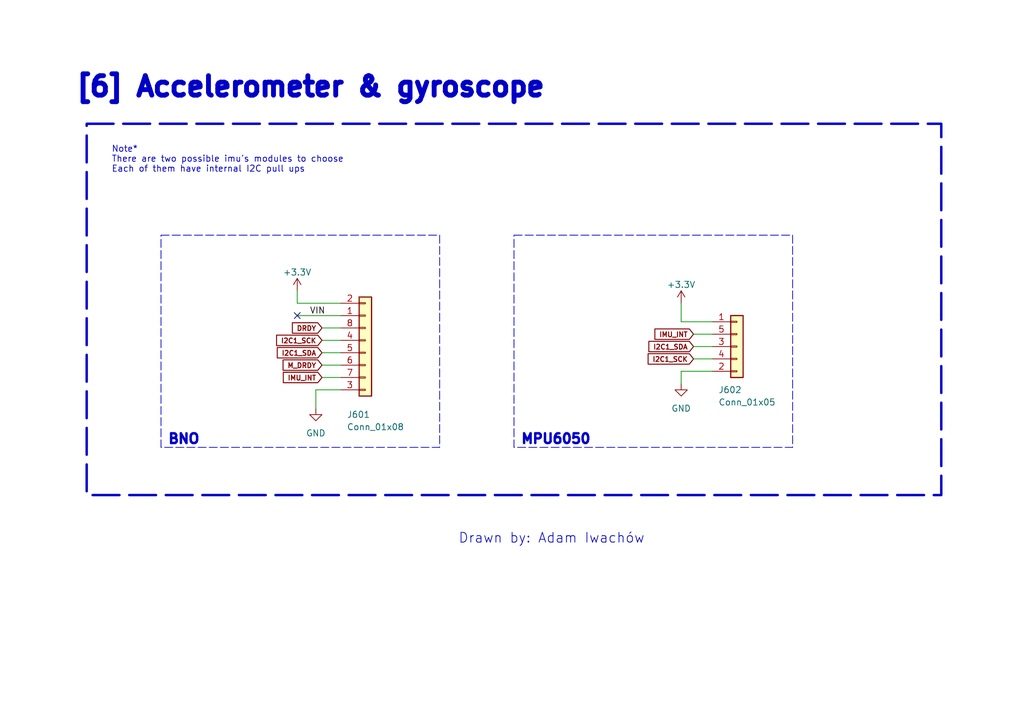
<source format=kicad_sch>
(kicad_sch (version 20230121) (generator eeschema)
  (paper "A5")
  (lib_symbols
    (symbol "Connector_Generic:Conn_01x05" (pin_names (offset 1.016) hide)
      (property "Reference" "J602" (at -3.81 -8.89 0))
      (property "Value" "Conn_01x05" (at -3.81 -11.43 0))
      (symbol "Conn_01x05_1_1"
        (rectangle (start -1.27 -4.953) (end 0 -5.207) (stroke (width 0.1524)))
        (rectangle (start -1.27 -2.413) (end 0 -2.667) (stroke (width 0.1524)))
        (rectangle (start -1.27 0.127) (end 0 -0.127) (stroke (width 0.1524)))
        (rectangle (start -1.27 2.667) (end 0 2.413) (stroke (width 0.1524)))
        (rectangle (start -1.27 5.207) (end 0 4.953) (stroke (width 0.1524)))
        (rectangle (start -1.27 6.35) (end 1.27 -6.35) (stroke (width 0.254)) (fill (type background)))
        (pin passive line (at -5.08 5.08 0) (length 3.81) (name "Pin_1") (number "1"))
        (pin passive line (at -5.08 -5.08 0) (length 3.81) (name "Pin_5") (number "2"))
        (pin passive line (at -5.08 0 0) (length 3.81) (name "Pin_3") (number "3"))
        (pin passive line (at -5.08 -2.54 0) (length 3.81) (name "Pin_4") (number "4"))
        (pin passive line (at -5.08 2.54 0) (length 3.81) (name "Pin_2") (number "5"))
      )
    )
    (symbol "Connector_Generic:Conn_01x08" (pin_names (offset 1.016) hide)
      (property "Reference" "J601" (at -3.81 -15.24 0))
      (property "Value" "Conn_01x08" (at -3.81 -17.78 0))
      (symbol "Conn_01x08_1_1"
        (rectangle (start -1.27 -10.033) (end 0 -10.287) (stroke (width 0.1524)))
        (rectangle (start -1.27 -7.493) (end 0 -7.747) (stroke (width 0.1524)))
        (rectangle (start -1.27 -4.953) (end 0 -5.207) (stroke (width 0.1524)))
        (rectangle (start -1.27 -2.413) (end 0 -2.667) (stroke (width 0.1524)))
        (rectangle (start -1.27 0.127) (end 0 -0.127) (stroke (width 0.1524)))
        (rectangle (start -1.27 2.667) (end 0 2.413) (stroke (width 0.1524)))
        (rectangle (start -1.27 5.207) (end 0 4.953) (stroke (width 0.1524)))
        (rectangle (start -1.27 7.747) (end 0 7.493) (stroke (width 0.1524)))
        (rectangle (start -1.27 8.89) (end 1.27 -11.43) (stroke (width 0.254)) (fill (type background)))
        (pin passive line (at -5.08 5.08 0) (length 3.81) (name "Pin_1") (number "1"))
        (pin passive line (at -5.08 7.62 0) (length 3.81) (name "Pin_2") (number "2"))
        (pin passive line (at -5.08 -10.16 0) (length 3.81) (name "Pin_8") (number "3"))
        (pin passive line (at -5.08 0 0) (length 3.81) (name "Pin_4") (number "4"))
        (pin passive line (at -5.08 -2.54 0) (length 3.81) (name "Pin_5") (number "5"))
        (pin passive line (at -5.08 -5.08 0) (length 3.81) (name "Pin_6") (number "6"))
        (pin passive line (at -5.08 -7.62 0) (length 3.81) (name "Pin_7") (number "7"))
        (pin passive line (at -5.08 2.54 0) (length 3.81) (name "Pin_3") (number "8"))
      )
    )
    (symbol "power:+3.3V" (power) (pin_names (offset 0))
      (property "Value" "+3.3V" (at 0 3.556 0))
      (symbol "+3.3V_0_1"
        (polyline (pts (xy -0.762 1.27) (xy 0 2.54)))
        (polyline (pts (xy 0 0) (xy 0 2.54)))
        (polyline (pts (xy 0 2.54) (xy 0.762 1.27)))
      )
      (symbol "+3.3V_1_1"
        (pin power_in line (at 0 0 90) (length 0) hide (name "+3.3V") (number "1"))
      )
    )
    (symbol "power:GND" (power) (pin_names (offset 0))
      (property "Value" "GND" (at 0 -3.81 0))
      (symbol "GND_0_1"
        (polyline (pts (xy 0 0) (xy 0 -1.27) (xy 1.27 -1.27) (xy 0 -2.54) (xy -1.27 -1.27) (xy 0 -1.27)))
      )
      (symbol "GND_1_1"
        (pin power_in line (at 0 0 270) (length 0) hide (name "GND") (number "1"))
      )
    )
  )
  (no_connect (at 60.96 64.77))
  (wire (pts (xy 139.7 62.23) (xy 139.7 66.04)))
  (wire (pts (xy 60.96 64.77) (xy 69.85 64.77)))
  (wire (pts (xy 69.85 62.23) (xy 60.96 62.23)))
  (wire (pts (xy 66.04 69.85) (xy 69.85 69.85)))
  (wire (pts (xy 64.77 80.01) (xy 64.77 83.82)))
  (wire (pts (xy 66.04 67.31) (xy 69.85 67.31)))
  (wire (pts (xy 66.04 74.93) (xy 69.85 74.93)))
  (wire (pts (xy 69.85 80.01) (xy 64.77 80.01)))
  (wire (pts (xy 146.05 66.04) (xy 139.7 66.04)))
  (wire (pts (xy 142.24 68.58) (xy 146.05 68.58)))
  (wire (pts (xy 60.96 59.69) (xy 60.96 62.23)))
  (wire (pts (xy 146.05 76.2) (xy 139.7 76.2)))
  (wire (pts (xy 139.7 76.2) (xy 139.7 78.74)))
  (wire (pts (xy 66.04 77.47) (xy 69.85 77.47)))
  (wire (pts (xy 142.24 73.66) (xy 146.05 73.66)))
  (wire (pts (xy 66.04 72.39) (xy 69.85 72.39)))
  (wire (pts (xy 142.24 71.12) (xy 146.05 71.12)))
  (rectangle (start 33.02 48.26) (end 90.17 91.8168) (stroke (width 0) (type dash)))
  (rectangle (start 105.41 48.26) (end 162.56 91.8168) (stroke (width 0) (type dash)))
  (rectangle (start 17.78 25.4) (end 193.04 101.6) (stroke (width 0.5) (type dash)))
  (text "Note*\nThere are two possible imu's modules to choose \nEach of them have internal I2C pull ups\n" (at 22.86 35.56 0) (effects (font (size 1.27 1.27)) (justify left bottom)))
  (text "Drawn by: Adam Iwachów " (at 93.98 111.76 0) (effects (font (size 2 2)) (justify left bottom)))
  (text "BNO\n" (at 34.29 91.44 0) (effects (font (size 2 2) (thickness 0.6) bold) (justify left bottom)))
  (text "MPU6050" (at 106.68 91.44 0) (effects (font (size 2 2) (thickness 0.6) bold) (justify left bottom)))
  (text "[6] Accelerometer & gyroscope " (at 15.24 20.32 0) (effects (font (size 4 4) (thickness 1) bold) (justify left bottom)))
  (label "VIN" (at 63.5 64.77 0))
  (global_label "I2C1_SDA" (shape input) (at 66.04 72.39 180) (effects (font (size 1 1) (thickness 0.2) bold)) (property "Intersheetrefs" "${INTERSHEET_REFS}" (effects hide)))
  (global_label "I2C1_SDA" (shape input) (at 142.24 71.12 180) (effects (font (size 1 1) (thickness 0.2) bold)) (property "Intersheetrefs" "${INTERSHEET_REFS}" (effects hide)))
  (global_label "IMU_INT" (shape input) (at 142.24 68.58 180) (effects (font (size 1 1) (thickness 0.2) bold)) (property "Intersheetrefs" "${INTERSHEET_REFS}" (effects hide)))
  (global_label "I2C1_SCK" (shape input) (at 66.04 69.85 180) (effects (font (size 1 1) (thickness 0.2) bold)) (property "Intersheetrefs" "${INTERSHEET_REFS}" (effects hide)))
  (global_label "I2C1_SCK" (shape input) (at 142.24 73.66 180) (effects (font (size 1 1) (thickness 0.2) bold)) (property "Intersheetrefs" "${INTERSHEET_REFS}" (effects hide)))
  (global_label "DRDY" (shape input) (at 66.04 67.31 180) (effects (font (size 1 1) (thickness 0.2) bold)) (property "Intersheetrefs" "${INTERSHEET_REFS}" (effects hide)))
  (global_label "IMU_INT" (shape input) (at 66.04 77.47 180) (effects (font (size 1 1) (thickness 0.2) bold)) (property "Intersheetrefs" "${INTERSHEET_REFS}" (effects hide)))
  (global_label "M_DRDY" (shape input) (at 66.04 74.93 180) (effects (font (size 1 1) (thickness 0.2) bold)) (property "Intersheetrefs" "${INTERSHEET_REFS}" (effects hide)))
  (symbol (lib_id "Connector_Generic:Conn_01x08") (at 74.93 69.85 0) (unit 1)
    (property "Reference" "J601" (at 71.12 85.09 0) (effects (justify left)))
    (property "Value" "Conn_01x08" (at 71.12 87.63 0) (effects (justify left)))
    (property "Footprint" "Connector_PinHeader_2.54mm:PinHeader_1x08_P2.54mm_Vertical" (effects hide))
  )
  (symbol (lib_id "power:+3.3V") (at 139.7 62.23 0) (unit 1)
    (property "Reference" "#PWR031" (effects hide))
    (property "Value" "+3.3V" (at 139.7 58.42 0))
    (instances (project "SYSTEM_KONTROLI_LOTU" (path "" (reference "#PWR031") (unit 1))) (project "Micromouse" (path "" (reference "#PWR0603") (unit 1))))
  )
  (symbol (lib_id "Connector_Generic:Conn_01x05") (at 151.13 71.12 0) (unit 1)
    (property "Reference" "J602" (at 147.32 80.01 0) (effects (justify left)))
    (property "Value" "Conn_01x05" (at 147.32 82.55 0) (effects (justify left)))
    (property "Footprint" "Connector_PinHeader_2.54mm:PinHeader_1x05_P2.54mm_Vertical" (effects hide))
  )
  (symbol (lib_id "power:+3.3V") (at 60.96 59.69 0) (unit 1)
    (property "Reference" "#PWR031" (effects hide))
    (property "Value" "+3.3V" (at 60.96 55.88 0))
    (instances (project "SYSTEM_KONTROLI_LOTU" (path "" (reference "#PWR031") (unit 1))) (project "Micromouse" (path "" (reference "#PWR0602") (unit 1))))
  )
  (symbol (lib_id "power:GND") (at 139.7 78.74 0) (unit 1)
    (property "Reference" "#PWR0604" (effects hide))
    (property "Value" "GND" (at 139.7 83.82 0))
  )
  (symbol (lib_id "power:GND") (at 64.77 83.82 0) (unit 1)
    (property "Reference" "#PWR0601" (effects hide))
    (property "Value" "GND" (at 64.77 88.9 0))
  )
)
</source>
